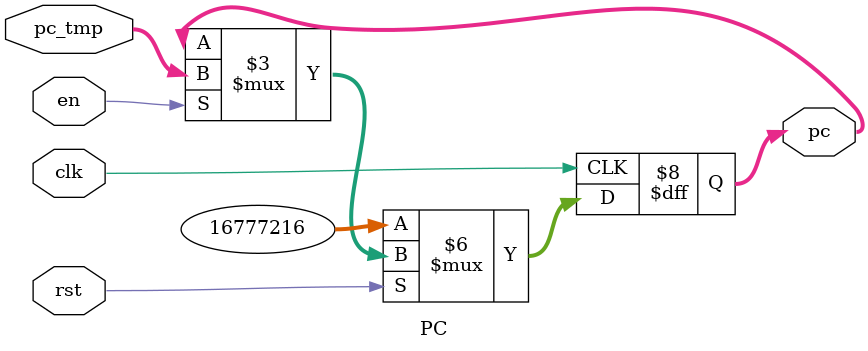
<source format=v>
`timescale 1ns / 1ps
module PC (
    input wire clk,
    input wire rst,
    input wire en,
    input wire [31:0] pc_tmp,
    output reg [31:0] pc
);

always @(posedge clk) begin
    if (!rst)
        pc <= 32'h01000000;
    else if (en)
        pc <= pc_tmp;
end

endmodule
</source>
